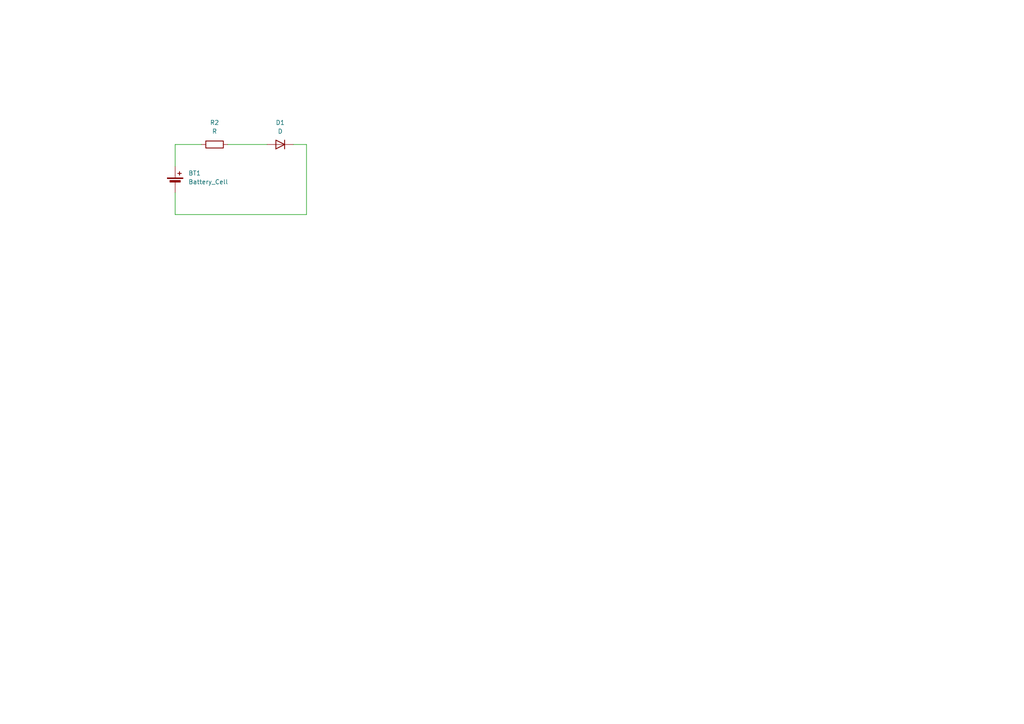
<source format=kicad_sch>
(kicad_sch (version 20231120) (generator "eeschema") (generator_version "8.0")
  (paper "A4")
  (title_block (title "Demo LED Board") (date "2024-10-07") (rev "0.0"))
  (lib_symbols
    (symbol "Device:Battery_Cell" (pin_numbers hide) (pin_names (offset 0) hide)
      (property "Reference" "BT" (at 2.54 2.54 0))
      (property "Value" "Battery_Cell" (at 2.54 0 0))
      (symbol "Battery_Cell_0_1"
        (rectangle (start -2.286 1.778) (end 2.286 1.524) (fill (type outline)))
        (rectangle (start -1.524 1.016) (end 1.524 0.508) (fill (type outline)))
        (polyline (pts (xy 0 0.762) (xy 0 0)))
        (polyline (pts (xy 0 1.778) (xy 0 2.54)))
        (polyline (pts (xy 0.762 3.048) (xy 1.778 3.048)) (stroke (width 0.254)))
        (polyline (pts (xy 1.27 3.556) (xy 1.27 2.54)) (stroke (width 0.254)))
      )
      (symbol "Battery_Cell_1_1"
        (pin passive line (at 0 5.08 270) (length 2.54) (name "+") (number "1"))
        (pin passive line (at 0 -2.54 90) (length 2.54) (name "-") (number "2"))
      )
    )
    (symbol "Device:D" (pin_numbers hide) (pin_names (offset 1.016) hide)
      (property "Reference" "D" (at 0 2.54 0))
      (property "Value" "D" (at 0 -2.54 0))
      (symbol "D_0_1"
        (polyline (pts (xy -1.27 1.27) (xy -1.27 -1.27)) (stroke (width 0.254)))
        (polyline (pts (xy 1.27 0) (xy -1.27 0)))
        (polyline (pts (xy 1.27 1.27) (xy 1.27 -1.27) (xy -1.27 0) (xy 1.27 1.27)) (stroke (width 0.254)))
      )
      (symbol "D_1_1"
        (pin passive line (at -3.81 0 0) (length 2.54) (name "K") (number "1"))
        (pin passive line (at 3.81 0 180) (length 2.54) (name "A") (number "2"))
      )
    )
    (symbol "Device:R" (pin_numbers hide) (pin_names (offset 0))
      (property "Reference" "R" (at 2.032 0 90))
      (property "Value" "R" (at 0 0 90))
      (symbol "R_0_1"
        (rectangle (start -1.016 -2.54) (end 1.016 2.54) (stroke (width 0.254)))
      )
      (symbol "R_1_1"
        (pin passive line (at 0 3.81 270) (length 1.27) (name "~") (number "1"))
        (pin passive line (at 0 -3.81 90) (length 1.27) (name "~") (number "2"))
      )
    )
  )
  (wire (pts (xy 88.9 41.91) (xy 88.9 62.23)))
  (wire (pts (xy 50.8 48.26) (xy 50.8 41.91)))
  (wire (pts (xy 50.8 41.91) (xy 58.42 41.91)))
  (wire (pts (xy 66.04 41.91) (xy 77.47 41.91)))
  (wire (pts (xy 85.09 41.91) (xy 88.9 41.91)))
  (wire (pts (xy 50.8 62.23) (xy 50.8 55.88)))
  (wire (pts (xy 88.9 62.23) (xy 50.8 62.23)))
  (symbol (lib_id "Device:D") (at 81.28 41.91 180) (unit 1)
    (property "Reference" "D1" (at 81.28 35.56 0))
    (property "Value" "D" (at 81.28 38.1 0))
    (property "Footprint" "Diode_SMD:D_0805_2012Metric_Pad1.15x1.40mm_HandSolder" (effects (hide yes)))
    (property "Description" "Diode" (effects (hide yes)))
    (property "Sim.Device" "D" (effects (hide yes)))
    (property "Sim.Pins" "1=K 2=A" (effects (hide yes)))
  )
  (symbol (lib_id "Device:R") (at 62.23 41.91 90) (unit 1)
    (property "Reference" "R2" (at 62.23 35.56 90))
    (property "Value" "R" (at 62.23 38.1 90))
    (property "Footprint" "Resistor_SMD:R_0805_2012Metric_Pad1.20x1.40mm_HandSolder" (effects (hide yes)))
    (property "Description" "Resistor" (effects (hide yes)))
  )
  (symbol (lib_id "Device:Battery_Cell") (at 50.8 53.34 0) (unit 1)
    (property "Reference" "BT1" (at 54.61 50.2284 0) (effects (justify left)))
    (property "Value" "Battery_Cell" (at 54.61 52.7684 0) (effects (justify left)))
    (property "Footprint" "FS_3_Global_Footprint_Library:MS621FE-FL11E_SEC" (effects (hide yes)))
    (property "Description" "Single-cell battery" (effects (hide yes)))
  )
)
</source>
